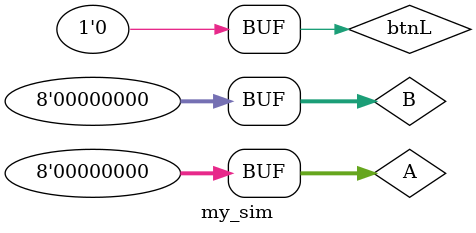
<source format=v>
   

//// Simulation Inputs
//reg btnL;
//reg [7:0]A;
//reg [7:0]B;

//// Simulation Outputs
//wire [6:0]seg;
//wire [3:0]an;
//wire [7:0]S;
//wire [1:0]led




//endmodule

`timescale 1ns / 1ps
//////////////////////////////////////////////////////////////////////////////////
// Company: 
// Engineer: 
// 
// Create Date: 10/02/2023 10:02:51 PM
// Design Name: 
// Module Name: Test_LED_Module
// Project Name: 
// Target Devices: 
// Tool Versions: 
// Description: 
// 
// Dependencies: 
// 
// Revision:
// Revision 0.01 - File Created
// Additional Comments:
// 
//////////////////////////////////////////////////////////////////////////////////


module my_sim(

    );
    
    // Simulation inputs
    reg btnL;
    reg [7:0]A;
    reg [7:0]B;
    
    // Simulation Outputs
    wire [3:0]an;
    wire [6:0]seg;
    wire [7:0]S;
    wire [1:0]led; 
    
    // Instantiation of module to be simulated
    //Top_Module(input btnL, input [7:0]A, input [7:0]B, output reg [6:0]seg =7'b0111_110, output reg [3:0]an=4'b0011, output [7:0]S, output [15:14]led);
    //Top_Module dut(btnL,A[7:0],B[7:0],seg[6:0],an[3:0],S[7:0],led[1:0]);
    Top_Module dut(.btnL(btnL),.A(A),.B(B),.seg(seg),.an(an),.S(S),.led(led));
    
    //Stimulus 
    
    initial begin
        btnL=0; A[7]=0; A[6]=0; A[5]=0; A[4]=0; A[3]=0; A[2]=0; A[1]=0; A[0]=0;
        B[7]=0; B[6]=0; B[5]=0; B[4]=0; B[3]=0; B[2]=0; B[1]=0; B[0]=0; #10;
        //btnL=0; A[7:0]=8'b0000_0011; B[7:0]=8'b0000_0011; #10;
//        A=1; B=0; #10;
//        A=1; B=1; #10;
    end
endmodule

</source>
